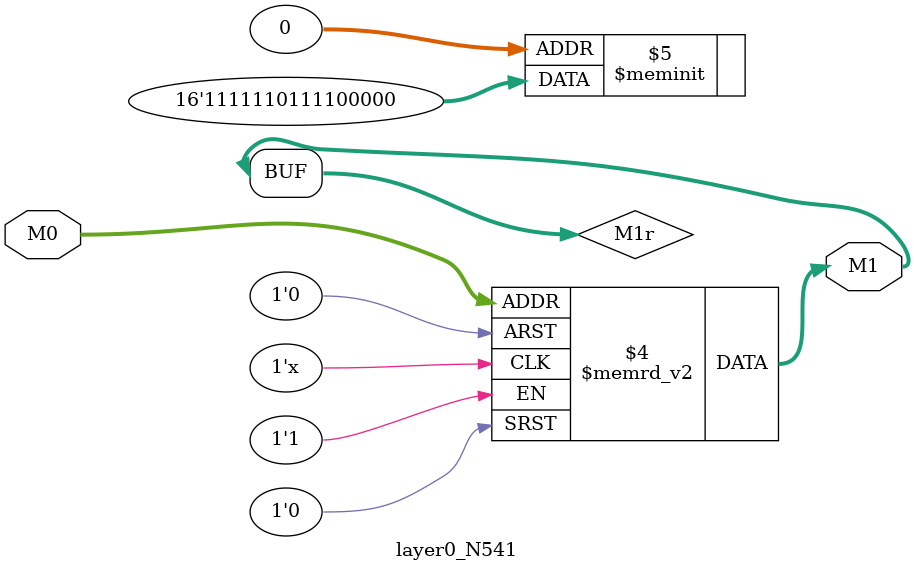
<source format=v>
module layer0_N541 ( input [2:0] M0, output [1:0] M1 );

	(*rom_style = "distributed" *) reg [1:0] M1r;
	assign M1 = M1r;
	always @ (M0) begin
		case (M0)
			3'b000: M1r = 2'b00;
			3'b100: M1r = 2'b01;
			3'b010: M1r = 2'b10;
			3'b110: M1r = 2'b11;
			3'b001: M1r = 2'b00;
			3'b101: M1r = 2'b11;
			3'b011: M1r = 2'b11;
			3'b111: M1r = 2'b11;

		endcase
	end
endmodule

</source>
